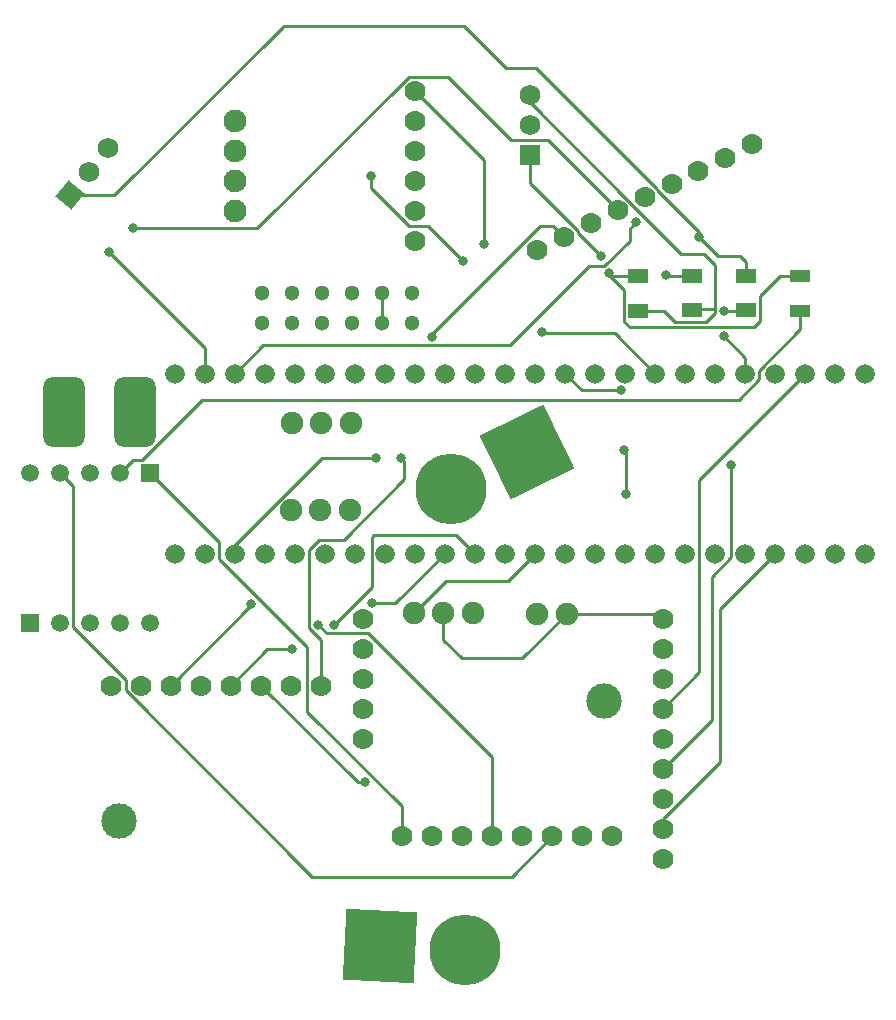
<source format=gbl>
%TF.GenerationSoftware,KiCad,Pcbnew,7.0.9*%
%TF.CreationDate,2024-01-17T22:54:14-05:00*%
%TF.ProjectId,payload24,7061796c-6f61-4643-9234-2e6b69636164,2*%
%TF.SameCoordinates,Original*%
%TF.FileFunction,Copper,L6,Bot*%
%TF.FilePolarity,Positive*%
%FSLAX46Y46*%
G04 Gerber Fmt 4.6, Leading zero omitted, Abs format (unit mm)*
G04 Created by KiCad (PCBNEW 7.0.9) date 2024-01-17 22:54:14*
%MOMM*%
%LPD*%
G01*
G04 APERTURE LIST*
G04 Aperture macros list*
%AMRoundRect*
0 Rectangle with rounded corners*
0 $1 Rounding radius*
0 $2 $3 $4 $5 $6 $7 $8 $9 X,Y pos of 4 corners*
0 Add a 4 corners polygon primitive as box body*
4,1,4,$2,$3,$4,$5,$6,$7,$8,$9,$2,$3,0*
0 Add four circle primitives for the rounded corners*
1,1,$1+$1,$2,$3*
1,1,$1+$1,$4,$5*
1,1,$1+$1,$6,$7*
1,1,$1+$1,$8,$9*
0 Add four rect primitives between the rounded corners*
20,1,$1+$1,$2,$3,$4,$5,0*
20,1,$1+$1,$4,$5,$6,$7,0*
20,1,$1+$1,$6,$7,$8,$9,0*
20,1,$1+$1,$8,$9,$2,$3,0*%
%AMRotRect*
0 Rectangle, with rotation*
0 The origin of the aperture is its center*
0 $1 length*
0 $2 width*
0 $3 Rotation angle, in degrees counterclockwise*
0 Add horizontal line*
21,1,$1,$2,0,0,$3*%
G04 Aperture macros list end*
%TA.AperFunction,ComponentPad*%
%ADD10C,1.778000*%
%TD*%
%TA.AperFunction,ComponentPad*%
%ADD11C,3.000000*%
%TD*%
%TA.AperFunction,ComponentPad*%
%ADD12C,1.905000*%
%TD*%
%TA.AperFunction,ComponentPad*%
%ADD13RoundRect,0.875000X0.875000X-2.125000X0.875000X2.125000X-0.875000X2.125000X-0.875000X-2.125000X0*%
%TD*%
%TA.AperFunction,ComponentPad*%
%ADD14C,6.000000*%
%TD*%
%TA.AperFunction,ComponentPad*%
%ADD15RotRect,6.000000X6.000000X206.000000*%
%TD*%
%TA.AperFunction,ComponentPad*%
%ADD16R,1.508000X1.508000*%
%TD*%
%TA.AperFunction,ComponentPad*%
%ADD17C,1.508000*%
%TD*%
%TA.AperFunction,ComponentPad*%
%ADD18C,1.930400*%
%TD*%
%TA.AperFunction,SMDPad,CuDef*%
%ADD19R,1.770000X1.230000*%
%TD*%
%TA.AperFunction,ComponentPad*%
%ADD20C,1.300000*%
%TD*%
%TA.AperFunction,ComponentPad*%
%ADD21RotRect,6.000000X6.000000X357.000000*%
%TD*%
%TA.AperFunction,ComponentPad*%
%ADD22RotRect,1.755000X1.755000X51.000000*%
%TD*%
%TA.AperFunction,ComponentPad*%
%ADD23C,1.755000*%
%TD*%
%TA.AperFunction,ComponentPad*%
%ADD24C,1.665000*%
%TD*%
%TA.AperFunction,ComponentPad*%
%ADD25R,1.755000X1.755000*%
%TD*%
%TA.AperFunction,SMDPad,CuDef*%
%ADD26R,1.770000X1.130000*%
%TD*%
%TA.AperFunction,ViaPad*%
%ADD27C,0.800000*%
%TD*%
%TA.AperFunction,Conductor*%
%ADD28C,0.250000*%
%TD*%
G04 APERTURE END LIST*
D10*
%TO.P,U8,1,Vin*%
%TO.N,3.3V-Teensy*%
X54344518Y-77134565D03*
%TO.P,U8,2,3Vo*%
%TO.N,unconnected-(U8-3Vo-Pad2)*%
X51804518Y-77134565D03*
%TO.P,U8,3,GND*%
%TO.N,GND - NMOS1*%
X49264518Y-77134565D03*
%TO.P,U8,4,SCL*%
%TO.N,SCL1*%
X46724518Y-77134565D03*
%TO.P,U8,5,SDO*%
%TO.N,unconnected-(U8-SDO-Pad5)*%
X44184518Y-77134565D03*
%TO.P,U8,6,SDA*%
%TO.N,SDA1*%
X41644518Y-77134565D03*
%TO.P,U8,7,CS*%
%TO.N,unconnected-(U8-CS-Pad7)*%
X39104518Y-77134565D03*
%TO.P,U8,8,INT*%
%TO.N,unconnected-(U8-INT-Pad8)*%
X36564518Y-77134565D03*
D11*
%TO.P,U8,P$1*%
%TO.N,N/C*%
X37199518Y-88564565D03*
%TD*%
D12*
%TO.P,J4,1,___PWM*%
%TO.N,/Open Signal*%
X51770372Y-62293844D03*
%TO.P,J4,2,___+*%
%TO.N,5V-Power Reg.*%
X54270372Y-62293844D03*
%TO.P,J4,3,___-*%
%TO.N,GND - NMOS1*%
X56770372Y-62293844D03*
%TD*%
D10*
%TO.P,U2,1,Vin*%
%TO.N,3.3V-Trinket*%
X61159000Y-89914000D03*
%TO.P,U2,2,3Vo*%
%TO.N,unconnected-(U2-3Vo-Pad2)*%
X63699000Y-89914000D03*
%TO.P,U2,3,GND*%
%TO.N,GND*%
X66239000Y-89914000D03*
%TO.P,U2,4,SCL*%
%TO.N,SCL3*%
X68779000Y-89914000D03*
%TO.P,U2,5,SDO*%
%TO.N,unconnected-(U2-SDO-Pad5)*%
X71319000Y-89914000D03*
%TO.P,U2,6,SDA*%
%TO.N,SDA3*%
X73859000Y-89914000D03*
%TO.P,U2,7,CS*%
%TO.N,unconnected-(U2-CS-Pad7)*%
X76399000Y-89914000D03*
%TO.P,U2,8,INT*%
%TO.N,unconnected-(U2-INT-Pad8)*%
X78939000Y-89914000D03*
D11*
%TO.P,U2,P$1*%
%TO.N,N/C*%
X78304000Y-78484000D03*
%TD*%
D13*
%TO.P,SW1,1,A*%
%TO.N,/.1in*%
X32532800Y-53950000D03*
%TO.P,SW1,2,B*%
%TO.N,/22.2V*%
X38526413Y-53950000D03*
%TD*%
D14*
%TO.P,U7,N,-*%
%TO.N,GND - NMOS1*%
X65320253Y-60498163D03*
D15*
%TO.P,U7,P,+*%
%TO.N,/22.2V*%
X71791571Y-57341891D03*
%TD*%
D16*
%TO.P,U13,1,BAT*%
%TO.N,5V-Power Reg.*%
X29699294Y-71810130D03*
D17*
%TO.P,U13,2,GND*%
%TO.N,GND*%
X32239294Y-71810130D03*
%TO.P,U13,3,4*%
%TO.N,unconnected-(U13-4-Pad3)*%
X34779294Y-71810130D03*
%TO.P,U13,4,3*%
%TO.N,unconnected-(U13-3-Pad4)*%
X37319294Y-71810130D03*
%TO.P,U13,5,RST*%
%TO.N,unconnected-(U13-RST-Pad5)*%
X39859294Y-71810130D03*
%TO.P,U13,6,USB*%
%TO.N,unconnected-(U13-USB-Pad6)*%
X29699294Y-59135130D03*
%TO.P,U13,7,0*%
%TO.N,SDA3*%
X32239294Y-59135130D03*
%TO.P,U13,8,1*%
%TO.N,SCL3*%
X34779294Y-59135130D03*
%TO.P,U13,9,2*%
%TO.N,Power Signal*%
X37319294Y-59135130D03*
D16*
%TO.P,U13,10,3V*%
%TO.N,3.3V-Trinket*%
X39859294Y-59135130D03*
%TD*%
D12*
%TO.P,J3,1,1*%
%TO.N,GND - NMOS2*%
X72610880Y-71074127D03*
%TO.P,J3,2,2*%
%TO.N,5V-Power Reg.*%
X75110880Y-71074127D03*
%TD*%
D10*
%TO.P,U3,1,PPS*%
%TO.N,unconnected-(U3-PPS-Pad1)*%
X72577881Y-40236034D03*
%TO.P,U3,2,VIN*%
%TO.N,3.3V-Teensy1*%
X74860817Y-39122571D03*
%TO.P,U3,3,GND*%
%TO.N,GND - NMOS1*%
X77143754Y-38009108D03*
%TO.P,U3,4,RX*%
%TO.N,RX1*%
X79426691Y-36895646D03*
%TO.P,U3,5,TX*%
%TO.N,TX1*%
X81709628Y-35782183D03*
%TO.P,U3,6,FIX*%
%TO.N,unconnected-(U3-FIX-Pad6)*%
X83992565Y-34668720D03*
%TO.P,U3,7,VBAT*%
%TO.N,unconnected-(U3-VBAT-Pad7)*%
X86275502Y-33555258D03*
%TO.P,U3,8,EN*%
%TO.N,EN1*%
X88558439Y-32441795D03*
%TO.P,U3,9,3.3V*%
%TO.N,unconnected-(U3-3.3V-Pad9)*%
X90841376Y-31328332D03*
%TD*%
%TO.P,U14,1,Vin*%
%TO.N,3.3V-Teensy*%
X62259239Y-39521461D03*
%TO.P,U14,2,3v*%
%TO.N,unconnected-(U14-3v-Pad2)*%
X62259239Y-36981461D03*
%TO.P,U14,3,GND*%
%TO.N,GND - NMOS1*%
X62259239Y-34441461D03*
%TO.P,U14,4,SCL*%
%TO.N,SCL2*%
X62259239Y-31901461D03*
%TO.P,U14,5,SDA*%
%TO.N,SDA2*%
X62259239Y-29361461D03*
%TO.P,U14,6,RST*%
%TO.N,RST2*%
X62259239Y-26821461D03*
D18*
%TO.P,U14,7,INT*%
%TO.N,unconnected-(U14-INT-Pad7)*%
X47019239Y-36981461D03*
%TO.P,U14,8,ADR*%
%TO.N,unconnected-(U14-ADR-Pad8)*%
X47019239Y-34441461D03*
%TO.P,U14,9,PS0*%
%TO.N,unconnected-(U14-PS0-Pad9)*%
X47019239Y-31901461D03*
%TO.P,U14,10,PS1*%
%TO.N,unconnected-(U14-PS1-Pad10)*%
X47019239Y-29361461D03*
%TD*%
D12*
%TO.P,J1,1,___PWM*%
%TO.N,/Retention  Signal*%
X56826723Y-54902201D03*
%TO.P,J1,2,___+*%
%TO.N,5V-Power Reg.*%
X54326723Y-54902201D03*
%TO.P,J1,3,___-*%
%TO.N,GND - NMOS1*%
X51826723Y-54902201D03*
%TD*%
%TO.P,J2,1,___PWM*%
%TO.N,/Open Signal*%
X62148487Y-71024550D03*
%TO.P,J2,2,___+*%
%TO.N,5V-Power Reg.*%
X64648487Y-71024550D03*
%TO.P,J2,3,___-*%
%TO.N,GND - NMOS1*%
X67148487Y-71024550D03*
%TD*%
D19*
%TO.P,R3,1*%
%TO.N,GND*%
X85745768Y-45368260D03*
%TO.P,R3,2*%
%TO.N,Net-(Q2-Pad1)*%
X85745768Y-42436260D03*
%TD*%
D10*
%TO.P,U4,1,VIN*%
%TO.N,5V-Power Reg.*%
X83252577Y-71461024D03*
%TO.P,U4,2,GND*%
%TO.N,GND - NMOS1*%
X83252577Y-74001024D03*
%TO.P,U4,3,EN*%
%TO.N,EN2*%
X83252577Y-76541024D03*
%TO.P,U4,4,G0*%
%TO.N,G0*%
X83252577Y-79081024D03*
%TO.P,U4,5,SCK*%
%TO.N,SCK*%
X83252577Y-81621024D03*
%TO.P,U4,6,MISO*%
%TO.N,MISO*%
X83252577Y-84161024D03*
%TO.P,U4,7,MOSI*%
%TO.N,MOSI*%
X83252577Y-86701024D03*
%TO.P,U4,8,CS*%
%TO.N,CS*%
X83252577Y-89241024D03*
%TO.P,U4,9,RST*%
%TO.N,RST3*%
X83252577Y-91781024D03*
%TO.P,U4,10,G1*%
%TO.N,unconnected-(U4-G1-Pad10)*%
X57852577Y-71461024D03*
%TO.P,U4,11,G2*%
%TO.N,unconnected-(U4-G2-Pad11)*%
X57852577Y-74001024D03*
%TO.P,U4,12,G3*%
%TO.N,unconnected-(U4-G3-Pad12)*%
X57852577Y-76541024D03*
%TO.P,U4,13,G4*%
%TO.N,unconnected-(U4-G4-Pad13)*%
X57852577Y-79081024D03*
%TO.P,U4,14,G5*%
%TO.N,unconnected-(U4-G5-Pad14)*%
X57852577Y-81621024D03*
%TD*%
D20*
%TO.P,U5,1,PG*%
%TO.N,unconnected-(U5-PG-Pad1)*%
X62029875Y-43918660D03*
%TO.P,U5,2,EN*%
%TO.N,unconnected-(U5-EN-Pad2)*%
X62029875Y-46458660D03*
%TO.P,U5,3,VRP*%
%TO.N,unconnected-(U5-VRP-Pad3)*%
X59489875Y-46458660D03*
X59489875Y-43918660D03*
%TO.P,U5,4,VIN*%
%TO.N,/.1in*%
X56949875Y-46458660D03*
X56949875Y-43918660D03*
%TO.P,U5,5,GND*%
%TO.N,GND*%
X54409875Y-46458660D03*
X54409875Y-43918660D03*
X51869875Y-46458660D03*
X51869875Y-43918660D03*
%TO.P,U5,6,VOUT*%
%TO.N,5V-Power Reg.*%
X49329875Y-46458660D03*
X49329875Y-43918660D03*
%TD*%
D19*
%TO.P,R4,1*%
%TO.N,GND*%
X81169488Y-45389675D03*
%TO.P,R4,2*%
%TO.N,Net-(Q1-Pad1)*%
X81169488Y-42457675D03*
%TD*%
%TO.P,R2,1*%
%TO.N,PixHawk Signal*%
X90297625Y-45366932D03*
%TO.P,R2,2*%
%TO.N,Net-(Q2-Pad1)*%
X90297625Y-42434932D03*
%TD*%
D14*
%TO.P,U6,N,-*%
%TO.N,GND*%
X66491412Y-99531528D03*
D21*
%TO.P,U6,P,+*%
%TO.N,/22.2V*%
X59301280Y-99154710D03*
%TD*%
D22*
%TO.P,Q2,1*%
%TO.N,Net-(Q2-Pad1)*%
X33094386Y-35601866D03*
D23*
%TO.P,Q2,2*%
%TO.N,GND - NMOS2*%
X34692860Y-33627915D03*
%TO.P,Q2,3*%
%TO.N,GND*%
X36291334Y-31653964D03*
%TD*%
D24*
%TO.P,U1,0,PWM|CRX2|CS1|RX1*%
%TO.N,RX1*%
X44517848Y-50719301D03*
%TO.P,U1,1,PWM|CTX2|MISO1|TX1*%
%TO.N,TX1*%
X47057848Y-50719301D03*
%TO.P,U1,2,PWM|OUT2*%
%TO.N,RST3*%
X49597848Y-50719301D03*
%TO.P,U1,3,PWM|LRCLK2*%
%TO.N,unconnected-(U1-PWM|LRCLK2-Pad3)*%
X52137848Y-50719301D03*
%TO.P,U1,3.3V1,3.3V*%
%TO.N,3.3V-Teensy*%
X77537848Y-50719301D03*
%TO.P,U1,3.3V2,3.3V(250mA_max)*%
%TO.N,3.3V-Teensy1*%
X47057848Y-65959301D03*
%TO.P,U1,4,PWM|BCLK2*%
%TO.N,unconnected-(U1-PWM|BCLK2-Pad4)*%
X54677848Y-50719301D03*
%TO.P,U1,5,PWM|IN2*%
%TO.N,unconnected-(U1-PWM|IN2-Pad5)*%
X57217848Y-50719301D03*
%TO.P,U1,6,PWM|OUT1D*%
%TO.N,unconnected-(U1-PWM|OUT1D-Pad6)*%
X59757848Y-50719301D03*
%TO.P,U1,7,PWM|OUT1A|RX2*%
%TO.N,unconnected-(U1-PWM|OUT1A|RX2-Pad7)*%
X62297848Y-50719301D03*
%TO.P,U1,8,PWM|IN1|TX2*%
%TO.N,unconnected-(U1-PWM|IN1|TX2-Pad8)*%
X64837848Y-50719301D03*
%TO.P,U1,9,PWM|OUT1C*%
%TO.N,unconnected-(U1-PWM|OUT1C-Pad9)*%
X67377848Y-50719301D03*
%TO.P,U1,10,PWM|MQSR|CS*%
%TO.N,EN2*%
X69917848Y-50719301D03*
%TO.P,U1,11,PWM|CTX1|MOSI*%
%TO.N,MOSI*%
X72457848Y-50719301D03*
%TO.P,U1,12,PWM|MQSL|MISO*%
%TO.N,MISO*%
X74997848Y-50719301D03*
%TO.P,U1,13,(LED)SCK*%
%TO.N,SCK*%
X74997848Y-65959301D03*
%TO.P,U1,14,A0|TX3|S/PDIF_OUT|PWM*%
%TO.N,/Open Signal*%
X72457848Y-65959301D03*
%TO.P,U1,15,A1|RX3|S/PDIF_IN|PWM*%
%TO.N,unconnected-(U1-A1|RX3|S{slash}PDIF_IN|PWM-Pad15)*%
X69917848Y-65959301D03*
%TO.P,U1,16,A2|RX4|SCL1*%
%TO.N,SCL1*%
X67377848Y-65959301D03*
%TO.P,U1,17,A3|TX4|SDA1*%
%TO.N,SDA1*%
X64837848Y-65959301D03*
%TO.P,U1,18,A4|SDA|PWM*%
%TO.N,unconnected-(U1-A4|SDA|PWM-Pad18)*%
X62297848Y-65959301D03*
%TO.P,U1,19,A5|SCL|PWM*%
%TO.N,unconnected-(U1-A5|SCL|PWM-Pad19)*%
X59757848Y-65959301D03*
%TO.P,U1,20,A6|TX5|LRCLK1*%
%TO.N,unconnected-(U1-A6|TX5|LRCLK1-Pad20)*%
X57217848Y-65959301D03*
%TO.P,U1,21,A7|RX5|BCLK1*%
%TO.N,unconnected-(U1-A7|RX5|BCLK1-Pad21)*%
X54677848Y-65959301D03*
%TO.P,U1,22,A8|CTX1|PWM*%
%TO.N,unconnected-(U1-A8|CTX1|PWM-Pad22)*%
X52137848Y-65959301D03*
%TO.P,U1,23,A9|CRX1|MCLK1|PWM*%
%TO.N,/Retention  Signal*%
X49597848Y-65959301D03*
%TO.P,U1,24,PWM|SCL2|TX6|A10*%
%TO.N,SCL2*%
X80077848Y-50719301D03*
%TO.P,U1,25,PWM|SDA2|RX6|A11*%
%TO.N,SDA2*%
X82617848Y-50719301D03*
%TO.P,U1,26,MOSI1|A12*%
%TO.N,unconnected-(U1-MOSI1|A12-Pad26)*%
X85157848Y-50719301D03*
%TO.P,U1,27,SCK1|A13*%
%TO.N,unconnected-(U1-SCK1|A13-Pad27)*%
X87697848Y-50719301D03*
%TO.P,U1,28,PWM|RX7*%
%TO.N,PixHawk Signal*%
X90237848Y-50719301D03*
%TO.P,U1,29,PWM|TX7*%
%TO.N,unconnected-(U1-PWM|TX7-Pad29)*%
X92777848Y-50719301D03*
%TO.P,U1,30,CRX3*%
%TO.N,G0*%
X95317848Y-50719301D03*
%TO.P,U1,31,CTX3*%
%TO.N,EN1*%
X97857848Y-50719301D03*
%TO.P,U1,32,OUT1B*%
%TO.N,unconnected-(U1-OUT1B-Pad32)*%
X100397848Y-50719301D03*
%TO.P,U1,33,MCLK2|PWM*%
%TO.N,unconnected-(U1-MCLK2|PWM-Pad33)*%
X100397848Y-65959301D03*
%TO.P,U1,34,RX8*%
%TO.N,unconnected-(U1-RX8-Pad34)*%
X97857848Y-65959301D03*
%TO.P,U1,35,TX8*%
%TO.N,unconnected-(U1-TX8-Pad35)*%
X95317848Y-65959301D03*
%TO.P,U1,36,CS|PWM*%
%TO.N,CS*%
X92777848Y-65959301D03*
%TO.P,U1,37,CS|PWM*%
%TO.N,unconnected-(U1-CS|PWM-Pad37)*%
X90237848Y-65959301D03*
%TO.P,U1,38,A14|CS1|IN1*%
%TO.N,unconnected-(U1-A14|CS1|IN1-Pad38)*%
X87697848Y-65959301D03*
%TO.P,U1,39,A15|MISO1|OUT1A*%
%TO.N,unconnected-(U1-A15|MISO1|OUT1A-Pad39)*%
X85157848Y-65959301D03*
%TO.P,U1,40,A16*%
%TO.N,unconnected-(U1-A16-Pad40)*%
X82617848Y-65959301D03*
%TO.P,U1,41,A17*%
%TO.N,RST2*%
X80077848Y-65959301D03*
%TO.P,U1,GND1,GND*%
%TO.N,GND - NMOS1*%
X41977848Y-50719301D03*
%TO.P,U1,GND2,GND*%
X77537848Y-65959301D03*
%TO.P,U1,GND3,GND*%
X44517848Y-65959301D03*
%TO.P,U1,Vin,Vin(3.6to5.5volts)*%
%TO.N,5V-Power Reg.*%
X41977848Y-65959301D03*
%TD*%
D25*
%TO.P,Q1,1*%
%TO.N,Net-(Q1-Pad1)*%
X72010000Y-32190000D03*
D23*
%TO.P,Q1,2*%
%TO.N,GND - NMOS1*%
X72010000Y-29650000D03*
%TO.P,Q1,3*%
%TO.N,GND*%
X72010000Y-27110000D03*
%TD*%
D26*
%TO.P,R1,1*%
%TO.N,Power Signal*%
X94911910Y-45420621D03*
%TO.P,R1,2*%
%TO.N,Net-(Q1-Pad1)*%
X94911910Y-42480621D03*
%TD*%
D27*
%TO.N,GND - NMOS1*%
X58082333Y-85317667D03*
%TO.N,Net-(Q1-Pad1)*%
X78690000Y-42242175D03*
X77980000Y-40750000D03*
%TO.N,Net-(Q2-Pad1)*%
X86340000Y-39140000D03*
X83500000Y-42350000D03*
%TO.N,PixHawk Signal*%
X88440000Y-47570000D03*
X88470000Y-45410000D03*
%TO.N,RX1*%
X38410000Y-38440000D03*
X36390000Y-40420000D03*
%TO.N,TX1*%
X80990000Y-37910000D03*
%TO.N,3.3V-Teensy*%
X61130000Y-57890000D03*
%TO.N,3.3V-Teensy1*%
X63690000Y-47605500D03*
X59002214Y-57857786D03*
%TO.N,MISO*%
X79714742Y-52104504D03*
X89070000Y-58470000D03*
%TO.N,SDA1*%
X48425998Y-70214002D03*
X58603707Y-70175940D03*
%TO.N,SCL1*%
X55420000Y-72005500D03*
X51820000Y-74080000D03*
%TO.N,SDA2*%
X73020000Y-47230000D03*
X66310000Y-41160000D03*
X58590000Y-33990000D03*
%TO.N,RST2*%
X68110000Y-39790000D03*
X80000000Y-57200000D03*
X80150000Y-60890000D03*
%TO.N,SCL3*%
X54100000Y-72010000D03*
%TD*%
D28*
%TO.N,5V-Power Reg.*%
X66240000Y-74840000D02*
X64648487Y-73248487D01*
X64648487Y-73248487D02*
X64648487Y-71024550D01*
X75110880Y-71074127D02*
X71345007Y-74840000D01*
X71345007Y-74840000D02*
X66240000Y-74840000D01*
X82865680Y-71074127D02*
X83252577Y-71461024D01*
X75110880Y-71074127D02*
X82865680Y-71074127D01*
%TO.N,GND - NMOS1*%
X49264518Y-77134565D02*
X57447620Y-85317667D01*
X57447620Y-85317667D02*
X58082333Y-85317667D01*
%TO.N,/Open Signal*%
X63425987Y-69704013D02*
X64880000Y-68250000D01*
X62148487Y-71024550D02*
X63425987Y-69747050D01*
X70167149Y-68250000D02*
X72457848Y-65959301D01*
X63425987Y-69747050D02*
X63425987Y-69704013D01*
X64880000Y-68250000D02*
X70167149Y-68250000D01*
%TO.N,Net-(Q1-Pad1)*%
X78690000Y-42242175D02*
X78905500Y-42457675D01*
X91507625Y-44172375D02*
X93199379Y-42480621D01*
X91507625Y-46306932D02*
X91507625Y-44172375D01*
X93199379Y-42480621D02*
X94911910Y-42480621D01*
X79959488Y-46329675D02*
X80449813Y-46820000D01*
X79959488Y-43667675D02*
X79959488Y-46329675D01*
X78905500Y-42457675D02*
X81169488Y-42457675D01*
X80449813Y-46820000D02*
X90994557Y-46820000D01*
X76074817Y-38844817D02*
X77980000Y-40750000D01*
X76074817Y-38619715D02*
X76074817Y-38844817D01*
X90994557Y-46820000D02*
X91507625Y-46306932D01*
X72010000Y-34554898D02*
X76074817Y-38619715D01*
X72010000Y-32190000D02*
X72010000Y-34554898D01*
X78690000Y-42398187D02*
X79959488Y-43667675D01*
X78690000Y-42242175D02*
X78690000Y-42398187D01*
%TO.N,GND*%
X80495628Y-36247727D02*
X80495628Y-36285039D01*
X87650000Y-45220000D02*
X87650000Y-45614028D01*
X83319675Y-45389675D02*
X81169488Y-45389675D01*
X86894028Y-46370000D02*
X84300000Y-46370000D01*
X72010000Y-27110000D02*
X72010000Y-27762099D01*
X84828264Y-40617675D02*
X86713579Y-40617675D01*
X80495628Y-36285039D02*
X84828264Y-40617675D01*
X86713579Y-40617675D02*
X87650000Y-41554096D01*
X86530424Y-45220000D02*
X86063966Y-45686458D01*
X72010000Y-27762099D02*
X80495628Y-36247727D01*
X84300000Y-46370000D02*
X83319675Y-45389675D01*
X87650000Y-45614028D02*
X86894028Y-46370000D01*
X87650000Y-45220000D02*
X86530424Y-45220000D01*
X87650000Y-41554096D02*
X87650000Y-45220000D01*
%TO.N,Net-(Q2-Pad1)*%
X82778565Y-35171576D02*
X86340000Y-38733011D01*
X83586260Y-42436260D02*
X83500000Y-42350000D01*
X72672150Y-25027850D02*
X82778565Y-35134264D01*
X90297625Y-41257625D02*
X90297625Y-42434932D01*
X70000000Y-24850000D02*
X72494300Y-24850000D01*
X82778565Y-35134264D02*
X82778565Y-35171576D01*
X66410000Y-21260000D02*
X70000000Y-24850000D01*
X72636974Y-24992673D02*
X72672150Y-25027850D01*
X72494300Y-24850000D02*
X72672150Y-25027850D01*
X33094386Y-35601866D02*
X36818134Y-35601866D01*
X85745768Y-42436260D02*
X83586260Y-42436260D01*
X87960000Y-40760000D02*
X89800000Y-40760000D01*
X86340000Y-39140000D02*
X87960000Y-40760000D01*
X51070000Y-21350000D02*
X51070000Y-21260000D01*
X86340000Y-38733011D02*
X86340000Y-39140000D01*
X36818134Y-35601866D02*
X51070000Y-21350000D01*
X89800000Y-40760000D02*
X90297625Y-41257625D01*
X51070000Y-21260000D02*
X66410000Y-21260000D01*
%TO.N,Power Signal*%
X94911910Y-45420621D02*
X94911910Y-46948090D01*
X38414424Y-58040000D02*
X37319294Y-59135130D01*
X94911910Y-46948090D02*
X91395348Y-50464652D01*
X91395348Y-51198754D02*
X89664102Y-52930000D01*
X89664102Y-52930000D02*
X44250767Y-52930000D01*
X44250767Y-52930000D02*
X39140767Y-58040000D01*
X91395348Y-50464652D02*
X91395348Y-51198754D01*
X39140767Y-58040000D02*
X38414424Y-58040000D01*
%TO.N,PixHawk Signal*%
X90237848Y-49367848D02*
X88440000Y-47570000D01*
X88470000Y-45410000D02*
X90254557Y-45410000D01*
X90237848Y-50719301D02*
X90237848Y-49367848D01*
X90254557Y-45410000D02*
X90297625Y-45366932D01*
%TO.N,RX1*%
X70435000Y-30987500D02*
X73518545Y-30987500D01*
X36390000Y-40420000D02*
X44517848Y-48547848D01*
X65054961Y-25607461D02*
X70435000Y-30987500D01*
X48923844Y-38440000D02*
X38410000Y-38440000D01*
X61756383Y-25607461D02*
X48923844Y-38440000D01*
X61756383Y-25607461D02*
X65054961Y-25607461D01*
X73518545Y-30987500D02*
X79426691Y-36895646D01*
X44517848Y-48547848D02*
X44517848Y-50719301D01*
%TO.N,TX1*%
X80445000Y-39461870D02*
X80445000Y-38455000D01*
X49447149Y-48330000D02*
X70300000Y-48330000D01*
X78263435Y-41643435D02*
X80445000Y-39461870D01*
X47057848Y-50719301D02*
X49447149Y-48330000D01*
X80445000Y-38455000D02*
X80990000Y-37910000D01*
X76986565Y-41643435D02*
X78263435Y-41643435D01*
X70300000Y-48330000D02*
X76986565Y-41643435D01*
%TO.N,3.3V-Teensy*%
X61380000Y-59680331D02*
X61380000Y-58140000D01*
X54344518Y-73279823D02*
X53340000Y-72275305D01*
X54168199Y-64801801D02*
X56258530Y-64801801D01*
X53340000Y-65630000D02*
X54168199Y-64801801D01*
X61380000Y-58140000D02*
X61130000Y-57890000D01*
X56258530Y-64801801D02*
X61380000Y-59680331D01*
X54344518Y-77134565D02*
X54344518Y-73279823D01*
X53340000Y-72275305D02*
X53340000Y-65630000D01*
%TO.N,3.3V-Teensy1*%
X73971818Y-38233572D02*
X72856428Y-38233572D01*
X47057848Y-65199710D02*
X47057848Y-65959301D01*
X63690000Y-47400000D02*
X63690000Y-47605500D01*
X74860817Y-39122571D02*
X73971818Y-38233572D01*
X59002214Y-57857786D02*
X54399772Y-57857786D01*
X72856428Y-38233572D02*
X63690000Y-47400000D01*
X54399772Y-57857786D02*
X47057848Y-65199710D01*
X74860817Y-39122571D02*
X74860817Y-39533992D01*
%TO.N,MISO*%
X87380000Y-80033601D02*
X87380000Y-67914102D01*
X83252577Y-84161024D02*
X87380000Y-80033601D01*
X89070000Y-66224102D02*
X89070000Y-58470000D01*
X87380000Y-67914102D02*
X89070000Y-66224102D01*
X79714742Y-52104504D02*
X76383051Y-52104504D01*
X76383051Y-52104504D02*
X74997848Y-50719301D01*
%TO.N,SDA1*%
X48425998Y-70353085D02*
X48425998Y-70214002D01*
X41644518Y-77134565D02*
X48425998Y-70353085D01*
X58603707Y-70175940D02*
X60621209Y-70175940D01*
X60621209Y-70175940D02*
X64837848Y-65959301D01*
%TO.N,SCL1*%
X67377848Y-65959301D02*
X65768547Y-64350000D01*
X58600348Y-64589652D02*
X58600348Y-68825152D01*
X58840000Y-64350000D02*
X58600348Y-64589652D01*
X65768547Y-64350000D02*
X58840000Y-64350000D01*
X58600348Y-68825152D02*
X55420000Y-72005500D01*
X49779083Y-74080000D02*
X46724518Y-77134565D01*
X51820000Y-74080000D02*
X49779083Y-74080000D01*
%TO.N,SDA2*%
X79168547Y-47270000D02*
X82617848Y-50719301D01*
X58590000Y-35029078D02*
X61756383Y-38195461D01*
X73020000Y-47230000D02*
X73060000Y-47270000D01*
X73060000Y-47270000D02*
X79168547Y-47270000D01*
X61756383Y-38195461D02*
X63345461Y-38195461D01*
X63345461Y-38195461D02*
X66310000Y-41160000D01*
X58590000Y-33990000D02*
X58590000Y-35029078D01*
%TO.N,G0*%
X95317848Y-50719301D02*
X86330000Y-59707149D01*
X86330000Y-59707149D02*
X86330000Y-76003601D01*
X86330000Y-76003601D02*
X83252577Y-79081024D01*
%TO.N,CS*%
X88120000Y-83590000D02*
X83252577Y-88457423D01*
X83252577Y-88457423D02*
X83252577Y-89241024D01*
X88120000Y-70617149D02*
X88120000Y-83590000D01*
X92777848Y-65959301D02*
X88120000Y-70617149D01*
%TO.N,RST2*%
X62259239Y-26821461D02*
X68110000Y-32672222D01*
X80000000Y-57200000D02*
X80150000Y-57350000D01*
X80150000Y-57350000D02*
X80150000Y-60890000D01*
X68110000Y-32672222D02*
X68110000Y-39790000D01*
%TO.N,3.3V-Trinket*%
X53131224Y-79341253D02*
X53130518Y-79341253D01*
X53130518Y-79341253D02*
X53130518Y-73893924D01*
X61159000Y-89914000D02*
X61159000Y-87369029D01*
X53130518Y-73893924D02*
X45675348Y-66438754D01*
X45675348Y-64951184D02*
X39859294Y-59135130D01*
X45675348Y-66438754D02*
X45675348Y-64951184D01*
X61159000Y-87369029D02*
X53131224Y-79341253D01*
%TO.N,SCL3*%
X54820000Y-72730000D02*
X54100000Y-72010000D01*
X68779000Y-89914000D02*
X68779000Y-83210591D01*
X68779000Y-83210591D02*
X58298409Y-72730000D01*
X58298409Y-72730000D02*
X54820000Y-72730000D01*
%TO.N,SDA3*%
X32239294Y-59135130D02*
X33318294Y-60214130D01*
X33318294Y-60214130D02*
X33318294Y-72171485D01*
X37778518Y-77538518D02*
X53550000Y-93310000D01*
X33318294Y-72171485D02*
X37778518Y-76631709D01*
X37778518Y-76631709D02*
X37778518Y-77538518D01*
X70463000Y-93310000D02*
X73859000Y-89914000D01*
X53550000Y-93310000D02*
X70463000Y-93310000D01*
%TO.N,unconnected-(U5-VRP-Pad3)*%
X59489875Y-46458660D02*
X59489875Y-43918660D01*
%TD*%
M02*

</source>
